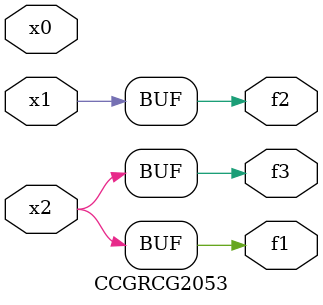
<source format=v>
module CCGRCG2053(
	input x0, x1, x2,
	output f1, f2, f3
);
	assign f1 = x2;
	assign f2 = x1;
	assign f3 = x2;
endmodule

</source>
